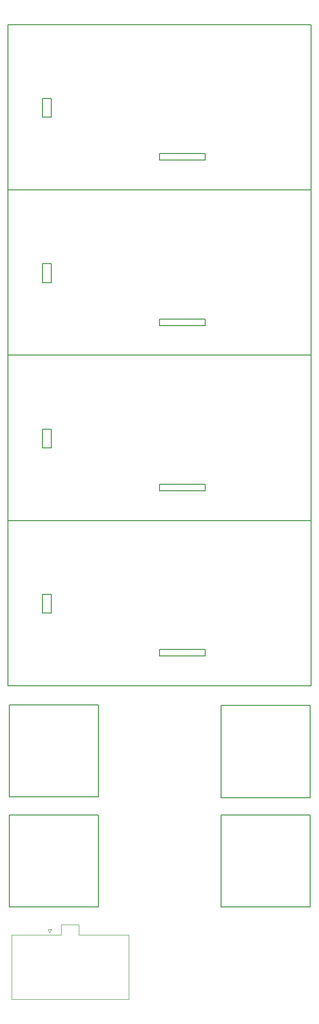
<source format=gbr>
G04 #@! TF.GenerationSoftware,KiCad,Pcbnew,5.0.1*
G04 #@! TF.CreationDate,2019-03-03T01:18:44-08:00*
G04 #@! TF.ProjectId,piboard,7069626F6172642E6B696361645F7063,rev?*
G04 #@! TF.SameCoordinates,Original*
G04 #@! TF.FileFunction,Legend,Top*
G04 #@! TF.FilePolarity,Positive*
%FSLAX46Y46*%
G04 Gerber Fmt 4.6, Leading zero omitted, Abs format (unit mm)*
G04 Created by KiCad (PCBNEW 5.0.1) date Sun 03 Mar 2019 01:18:44 AM PST*
%MOMM*%
%LPD*%
G01*
G04 APERTURE LIST*
%ADD10C,0.200000*%
%ADD11C,0.150000*%
%ADD12C,0.120000*%
G04 APERTURE END LIST*
D10*
X16500000Y-134500000D02*
X16500000Y-14500000D01*
X71500000Y-14500000D02*
X71500000Y-134500000D01*
X16500000Y-14500000D02*
X71500000Y-14500000D01*
X16500000Y-44500000D02*
X71500000Y-44500000D01*
X16500000Y-74500000D02*
X71500000Y-74500000D01*
X16500000Y-104500000D02*
X71500000Y-104500000D01*
X16500000Y-134500000D02*
X71500000Y-134500000D01*
D11*
G04 #@! TO.C,J6*
X43940000Y-69100000D02*
X52240000Y-69100000D01*
X43940000Y-67900000D02*
X43940000Y-69100000D01*
X52240000Y-67900000D02*
X43940000Y-67900000D01*
X52240000Y-69100000D02*
X52240000Y-67900000D01*
G04 #@! TO.C,J3*
X32860000Y-174650000D02*
X32860000Y-157950000D01*
X16710000Y-174650000D02*
X32860000Y-174650000D01*
X16710000Y-157950000D02*
X16710000Y-174650000D01*
X32860000Y-157950000D02*
X16710000Y-157950000D01*
G04 #@! TO.C,J1*
X32860000Y-154650000D02*
X32860000Y-137950000D01*
X16710000Y-154650000D02*
X32860000Y-154650000D01*
X16710000Y-137950000D02*
X16710000Y-154650000D01*
X32860000Y-137950000D02*
X16710000Y-137950000D01*
G04 #@! TO.C,J5*
X71305000Y-138075001D02*
X55155000Y-138075001D01*
X55155000Y-138075001D02*
X55155000Y-154775001D01*
X55155000Y-154775001D02*
X71305000Y-154775001D01*
X71305000Y-154775001D02*
X71305000Y-138075001D01*
G04 #@! TO.C,J8*
X43940000Y-129100000D02*
X52240000Y-129100000D01*
X43940000Y-127900000D02*
X43940000Y-129100000D01*
X52240000Y-127900000D02*
X43940000Y-127900000D01*
X52240000Y-129100000D02*
X52240000Y-127900000D01*
G04 #@! TO.C,J2*
X43940000Y-39100000D02*
X52240000Y-39100000D01*
X43940000Y-37900000D02*
X43940000Y-39100000D01*
X52240000Y-37900000D02*
X43940000Y-37900000D01*
X52240000Y-39100000D02*
X52240000Y-37900000D01*
G04 #@! TO.C,J4*
X52240000Y-99100000D02*
X52240000Y-97900000D01*
X52240000Y-97900000D02*
X43940000Y-97900000D01*
X43940000Y-97900000D02*
X43940000Y-99100000D01*
X43940000Y-99100000D02*
X52240000Y-99100000D01*
D12*
G04 #@! TO.C,J13*
X24000000Y-179300000D02*
X24300000Y-178700000D01*
X24300000Y-178700000D02*
X23700000Y-178700000D01*
X23700000Y-178700000D02*
X24000000Y-179300000D01*
X17135000Y-179705000D02*
X26145000Y-179705000D01*
X26145000Y-179705000D02*
X26145000Y-177855000D01*
X26145000Y-177855000D02*
X29345000Y-177855000D01*
X29345000Y-177855000D02*
X29345000Y-179705000D01*
X29345000Y-179705000D02*
X38355000Y-179705000D01*
X38355000Y-179705000D02*
X38355000Y-191385000D01*
X38355000Y-191385000D02*
X17135000Y-191385000D01*
X17135000Y-191385000D02*
X17135000Y-179705000D01*
D11*
G04 #@! TO.C,J7*
X71290000Y-174650000D02*
X71290000Y-157950000D01*
X55140000Y-174650000D02*
X71290000Y-174650000D01*
X55140000Y-157950000D02*
X55140000Y-174650000D01*
X71290000Y-157950000D02*
X55140000Y-157950000D01*
G04 #@! TO.C,J14*
X22700000Y-57900000D02*
X22700000Y-61300000D01*
X24300000Y-57900000D02*
X22700000Y-57900000D01*
X24300000Y-61300000D02*
X24300000Y-57900000D01*
X22700000Y-61300000D02*
X24300000Y-61300000D01*
G04 #@! TO.C,J15*
X22700000Y-91300000D02*
X24300000Y-91300000D01*
X24300000Y-91300000D02*
X24300000Y-87900000D01*
X24300000Y-87900000D02*
X22700000Y-87900000D01*
X22700000Y-87900000D02*
X22700000Y-91300000D01*
G04 #@! TO.C,J16*
X22700000Y-117900000D02*
X22700000Y-121300000D01*
X24300000Y-117900000D02*
X22700000Y-117900000D01*
X24300000Y-121300000D02*
X24300000Y-117900000D01*
X22700000Y-121300000D02*
X24300000Y-121300000D01*
G04 #@! TO.C,J17*
X22700000Y-31300000D02*
X24300000Y-31300000D01*
X24300000Y-31300000D02*
X24300000Y-27900000D01*
X24300000Y-27900000D02*
X22700000Y-27900000D01*
X22700000Y-27900000D02*
X22700000Y-31300000D01*
G04 #@! TD*
M02*

</source>
